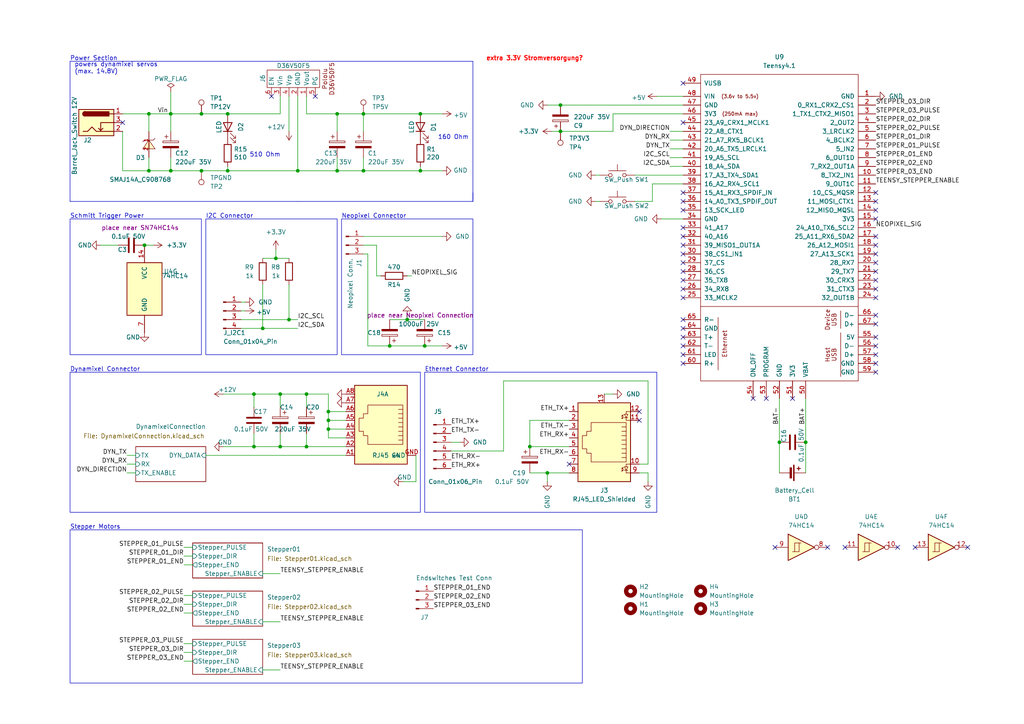
<source format=kicad_sch>
(kicad_sch (version 20230121) (generator eeschema)
  (paper "A4")
  (lib_symbols
    (symbol "74xx:74HC14" (pin_names (offset 1.016))
      (property "Reference" "U" (at 0 1.27 0))
      (property "Value" "74HC14" (at 0 -1.27 0))
      (symbol "74HC14_1_0"
        (pin input line (at -7.62 0 0) (length 3.81) (name "~") (number "1"))
        (pin output inverted (at 7.62 0 180) (length 3.81) (name "~") (number "2"))
      )
      (symbol "74HC14_2_0"
        (pin input line (at -7.62 0 0) (length 3.81) (name "~") (number "3"))
        (pin output inverted (at 7.62 0 180) (length 3.81) (name "~") (number "4"))
      )
      (symbol "74HC14_3_0"
        (pin input line (at -7.62 0 0) (length 3.81) (name "~") (number "5"))
        (pin output inverted (at 7.62 0 180) (length 3.81) (name "~") (number "6"))
      )
      (symbol "74HC14_4_0"
        (pin output inverted (at 7.62 0 180) (length 3.81) (name "~") (number "8"))
        (pin input line (at -7.62 0 0) (length 3.81) (name "~") (number "9"))
      )
      (symbol "74HC14_5_0"
        (pin output inverted (at 7.62 0 180) (length 3.81) (name "~") (number "10"))
        (pin input line (at -7.62 0 0) (length 3.81) (name "~") (number "11"))
      )
      (symbol "74HC14_6_0"
        (pin output inverted (at 7.62 0 180) (length 3.81) (name "~") (number "12"))
        (pin input line (at -7.62 0 0) (length 3.81) (name "~") (number "13"))
      )
      (symbol "74HC14_7_0"
        (pin power_in line (at 0 12.7 270) (length 5.08) (name "VCC") (number "14"))
        (pin power_in line (at 0 -12.7 90) (length 5.08) (name "GND") (number "7"))
      )
    )
    (symbol "Connector:Barrel_Jack_Switch" (pin_names hide)
      (property "Reference" "J" (at 0 5.334 0))
      (property "Value" "Barrel_Jack_Switch" (at 0 -5.08 0))
      (symbol "Barrel_Jack_Switch_1_1"
        (pin passive line (at 7.62 2.54 180) (length 2.54) (name "~") (number "1"))
        (pin passive line (at 7.62 -2.54 180) (length 2.54) (name "~") (number "2"))
        (pin passive line (at 7.62 0 180) (length 2.54) (name "~") (number "3"))
      )
    )
    (symbol "Connector:Conn_01x03_Pin" (pin_names (offset 1.016) hide)
      (property "Reference" "J" (at 0 5.08 0))
      (property "Value" "Conn_01x03_Pin" (at 0 -5.08 0))
      (symbol "Conn_01x03_Pin_1_1"
        (pin passive line (at 5.08 2.54 180) (length 3.81) (name "Pin_1") (number "1"))
        (pin passive line (at 5.08 0 180) (length 3.81) (name "Pin_2") (number "2"))
        (pin passive line (at 5.08 -2.54 180) (length 3.81) (name "Pin_3") (number "3"))
      )
    )
    (symbol "Connector:Conn_01x04_Pin" (pin_names (offset 1.016) hide)
      (property "Reference" "J" (at 0 5.08 0))
      (property "Value" "Conn_01x04_Pin" (at 0 -7.62 0))
      (symbol "Conn_01x04_Pin_1_1"
        (pin passive line (at 5.08 2.54 180) (length 3.81) (name "Pin_1") (number "1"))
        (pin passive line (at 5.08 0 180) (length 3.81) (name "Pin_2") (number "2"))
        (pin passive line (at 5.08 -2.54 180) (length 3.81) (name "Pin_3") (number "3"))
        (pin passive line (at 5.08 -5.08 180) (length 3.81) (name "Pin_4") (number "4"))
      )
    )
    (symbol "Connector:Conn_01x06_Pin" (pin_names (offset 1.016) hide)
      (property "Reference" "J" (at 0 7.62 0))
      (property "Value" "Conn_01x06_Pin" (at 0 -10.16 0))
      (symbol "Conn_01x06_Pin_1_1"
        (pin passive line (at 5.08 5.08 180) (length 3.81) (name "Pin_1") (number "1"))
        (pin passive line (at 5.08 2.54 180) (length 3.81) (name "Pin_2") (number "2"))
        (pin passive line (at 5.08 0 180) (length 3.81) (name "Pin_3") (number "3"))
        (pin passive line (at 5.08 -2.54 180) (length 3.81) (name "Pin_4") (number "4"))
        (pin passive line (at 5.08 -5.08 180) (length 3.81) (name "Pin_5") (number "5"))
        (pin passive line (at 5.08 -7.62 180) (length 3.81) (name "Pin_6") (number "6"))
      )
    )
    (symbol "Connector:RJ45_LED_Shielded" (pin_names (offset 1.016))
      (property "Reference" "J3" (at 0 15.24 0))
      (property "Value" "RJ45_LED_Shielded" (at 0 17.78 0))
      (symbol "RJ45_LED_Shielded_1_1"
        (pin passive line (at 10.16 -7.62 180) (length 2.54) (name "~") (number "1"))
        (pin passive line (at -10.16 7.62 0) (length 2.54) (name "~") (number "10"))
        (pin passive line (at -10.16 -5.08 0) (length 2.54) (name "~") (number "11"))
        (pin passive line (at -10.16 -7.62 0) (length 2.54) (name "~") (number "12"))
        (pin passive line (at 0 -12.7 90) (length 2.54) (name "~") (number "13"))
        (pin passive line (at 10.16 -5.08 180) (length 2.54) (name "~") (number "2"))
        (pin passive line (at 10.16 -2.54 180) (length 2.54) (name "~") (number "3"))
        (pin passive line (at 10.16 0 180) (length 2.54) (name "~") (number "4"))
        (pin passive line (at 10.16 2.54 180) (length 2.54) (name "~") (number "5"))
        (pin passive line (at 10.16 5.08 180) (length 2.54) (name "~") (number "6"))
        (pin passive line (at 10.16 7.62 180) (length 2.54) (name "~") (number "7"))
        (pin passive line (at 10.16 10.16 180) (length 2.54) (name "~") (number "8"))
        (pin passive line (at -10.16 10.16 0) (length 2.54) (name "~") (number "9"))
      )
    )
    (symbol "Connector:TestPoint" (pin_numbers hide) (pin_names (offset 0.762) hide)
      (property "Reference" "TP" (at 0 6.858 0))
      (property "Value" "TestPoint" (at 0 5.08 0))
      (symbol "TestPoint_1_1"
        (pin passive line (at 0 0 90) (length 2.54) (name "1") (number "1"))
      )
    )
    (symbol "Device:Battery_Cell" (pin_numbers hide) (pin_names (offset 0) hide)
      (property "Reference" "BT" (at 2.54 2.54 0))
      (property "Value" "Battery_Cell" (at 2.54 0 0))
      (symbol "Battery_Cell_1_1"
        (pin passive line (at 0 5.08 270) (length 2.54) (name "+") (number "1"))
        (pin passive line (at 0 -2.54 90) (length 2.54) (name "-") (number "2"))
      )
    )
    (symbol "Device:C" (pin_numbers hide) (pin_names (offset 0.254))
      (property "Reference" "C" (at 0.635 2.54 0))
      (property "Value" "C" (at 0.635 -2.54 0))
      (symbol "C_1_1"
        (pin passive line (at 0 3.81 270) (length 2.794) (name "~") (number "1"))
        (pin passive line (at 0 -3.81 90) (length 2.794) (name "~") (number "2"))
      )
    )
    (symbol "Device:C_Polarized" (pin_numbers hide) (pin_names (offset 0.254))
      (property "Reference" "C" (at 0.635 2.54 0))
      (property "Value" "C_Polarized" (at 0.635 -2.54 0))
      (symbol "C_Polarized_1_1"
        (pin passive line (at 0 3.81 270) (length 2.794) (name "~") (number "1"))
        (pin passive line (at 0 -3.81 90) (length 2.794) (name "~") (number "2"))
      )
    )
    (symbol "Device:LED" (pin_numbers hide) (pin_names (offset 1.016) hide)
      (property "Reference" "D" (at 0 2.54 0))
      (property "Value" "LED" (at 0 -2.54 0))
      (symbol "LED_1_1"
        (pin passive line (at -3.81 0 0) (length 2.54) (name "K") (number "1"))
        (pin passive line (at 3.81 0 180) (length 2.54) (name "A") (number "2"))
      )
    )
    (symbol "Device:R" (pin_numbers hide) (pin_names (offset 0))
      (property "Reference" "R" (at 2.032 0 90))
      (property "Value" "R" (at 0 0 90))
      (symbol "R_1_1"
        (pin passive line (at 0 3.81 270) (length 1.27) (name "~") (number "1"))
        (pin passive line (at 0 -3.81 90) (length 1.27) (name "~") (number "2"))
      )
    )
    (symbol "Mechanical:MountingHole" (pin_names (offset 1.016))
      (property "Reference" "H" (at 0 5.08 0))
      (property "Value" "MountingHole" (at 0 3.175 0))
    )
    (symbol "Switch:SW_Push" (pin_numbers hide) (pin_names (offset 1.016) hide)
      (property "Reference" "SW" (at 1.27 2.54 0))
      (property "Value" "SW_Push" (at 0 -1.524 0))
      (symbol "SW_Push_0_1"
        (pin passive line (at -5.08 0 0) (length 2.54) (name "1") (number "1"))
        (pin passive line (at 5.08 0 180) (length 2.54) (name "2") (number "2"))
      )
    )
    (symbol "clockdiv:Pololu_5V,_5.5A_Step-Down_Voltage_Regulator_D36V50F5" (in_bom no) (on_board no)
      (property "Reference" "U" (at 0 8.89 0))
      (symbol "Pololu_5V,_5.5A_Step-Down_Voltage_Regulator_D36V50F5_1_1"
        (text "Pololu\nD36V50F5" (at 0 -10.16 0) (effects (font (size 1.27 1.27))))
        (pin power_out line (at -5.08 -3.81 0) (length 2.54) (name "Vout") (number "1"))
        (pin input line (at -5.08 -1.27 0) (length 2.54) (name "GND") (number "2"))
        (pin power_in line (at -5.08 3.81 0) (length 2.54) (name "Vin") (number "3"))
        (pin power_out line (at -5.08 1.27 0) (length 2.54) (name "Vrp") (number "4"))
        (pin output line (at -5.08 -6.35 0) (length 2.54) (name "PG") (number "5"))
        (pin input line (at -5.08 6.35 0) (length 2.54) (name "EN") (number "6"))
      )
    )
    (symbol "clockdiv:RJ45_x4"
      (property "Reference" "J1" (at -16.51 1.27 0))
      (property "Value" "RJ45 x4" (at -16.51 -1.27 0))
      (symbol "RJ45_x4_1_1"
        (pin passive line (at 2.54 -8.89 180) (length 2.54) (name "~") (number "A1"))
        (pin passive line (at 2.54 -6.35 180) (length 2.54) (name "~") (number "A2"))
        (pin passive line (at 2.54 -3.81 180) (length 2.54) (name "~") (number "A3"))
        (pin passive line (at 2.54 -1.27 180) (length 2.54) (name "~") (number "A4"))
        (pin passive line (at 2.54 1.27 180) (length 2.54) (name "~") (number "A5"))
        (pin passive line (at 2.54 3.81 180) (length 2.54) (name "~") (number "A6"))
        (pin passive line (at 2.54 6.35 180) (length 2.54) (name "~") (number "A7"))
        (pin passive line (at 2.54 8.89 180) (length 2.54) (name "~") (number "A8"))
        (pin input line (at -17.78 -8.89 0) (length 2.54) (name "GND") (number "GND"))
      )
      (symbol "RJ45_x4_2_1"
        (pin passive line (at 2.54 -8.89 180) (length 2.54) (name "~") (number "B1"))
        (pin passive line (at 2.54 -6.35 180) (length 2.54) (name "~") (number "B2"))
        (pin passive line (at 2.54 -3.81 180) (length 2.54) (name "~") (number "B3"))
        (pin passive line (at 2.54 -1.27 180) (length 2.54) (name "~") (number "B4"))
        (pin passive line (at 2.54 1.27 180) (length 2.54) (name "~") (number "B5"))
        (pin passive line (at 2.54 3.81 180) (length 2.54) (name "~") (number "B6"))
        (pin passive line (at 2.54 6.35 180) (length 2.54) (name "~") (number "B7"))
        (pin passive line (at 2.54 8.89 180) (length 2.54) (name "~") (number "B8"))
      )
      (symbol "RJ45_x4_3_1"
        (pin passive line (at 2.54 -8.89 180) (length 2.54) (name "~") (number "C1"))
        (pin passive line (at 2.54 -6.35 180) (length 2.54) (name "~") (number "C2"))
        (pin passive line (at 2.54 -3.81 180) (length 2.54) (name "~") (number "C3"))
        (pin passive line (at 2.54 -1.27 180) (length 2.54) (name "~") (number "C4"))
        (pin passive line (at 2.54 1.27 180) (length 2.54) (name "~") (number "C5"))
        (pin passive line (at 2.54 3.81 180) (length 2.54) (name "~") (number "C6"))
        (pin passive line (at 2.54 6.35 180) (length 2.54) (name "~") (number "C7"))
        (pin passive line (at 2.54 8.89 180) (length 2.54) (name "~") (number "C8"))
      )
      (symbol "RJ45_x4_4_1"
        (pin passive line (at 2.54 -8.89 180) (length 2.54) (name "~") (number "D1"))
        (pin passive line (at 2.54 -6.35 180) (length 2.54) (name "~") (number "D2"))
        (pin passive line (at 2.54 -3.81 180) (length 2.54) (name "~") (number "D3"))
        (pin passive line (at 2.54 -1.27 180) (length 2.54) (name "~") (number "D4"))
        (pin passive line (at 2.54 1.27 180) (length 2.54) (name "~") (number "D5"))
        (pin passive line (at 2.54 3.81 180) (length 2.54) (name "~") (number "D6"))
        (pin passive line (at 2.54 6.35 180) (length 2.54) (name "~") (number "D7"))
        (pin passive line (at 2.54 8.89 180) (length 2.54) (name "~") (number "D8"))
      )
    )
    (symbol "molluscmotion:SMAJ14A_C908768" (pin_names hide)
      (property "Reference" "D" (at 0 1.27 0))
      (property "Value" "SMAJ14A_C908768" (at 0 -2.54 0))
      (symbol "SMAJ14A_C908768_0_1"
        (pin unspecified line (at -3.81 0 0) (length 5.08) (name "1") (number "1"))
        (pin unspecified line (at 3.81 0 180) (length 5.08) (name "2") (number "2"))
      )
    )
    (symbol "power:+12V" (power) (pin_names (offset 0))
      (property "Value" "+12V" (at 0 3.556 0))
      (symbol "+12V_1_1"
        (pin power_in line (at 0 0 90) (length 0) hide (name "+12V") (number "1"))
      )
    )
    (symbol "power:+3.3V" (power) (pin_names (offset 0))
      (property "Value" "+3.3V" (at 0 3.556 0))
      (symbol "+3.3V_1_1"
        (pin power_in line (at 0 0 90) (length 0) hide (name "+3.3V") (number "1"))
      )
    )
    (symbol "power:+5V" (power) (pin_names (offset 0))
      (property "Value" "+5V" (at 0 3.556 0))
      (symbol "+5V_1_1"
        (pin power_in line (at 0 0 90) (length 0) hide (name "+5V") (number "1"))
      )
    )
    (symbol "power:GND" (power) (pin_names (offset 0))
      (property "Value" "GND" (at 0 -3.81 0))
      (symbol "GND_1_1"
        (pin power_in line (at 0 0 270) (length 0) hide (name "GND") (number "1"))
      )
    )
    (symbol "power:PWR_FLAG" (power) (pin_numbers hide) (pin_names (offset 0) hide)
      (property "Value" "PWR_FLAG" (at 0 3.81 0))
      (symbol "PWR_FLAG_0_0"
        (pin power_out line (at 0 0 90) (length 0) (name "pwr") (number "1"))
      )
    )
    (symbol "teensy:Teensy4.1" (pin_names (offset 1.016))
      (property "Reference" "U9" (at 0 66.04 0))
      (property "Value" "Teensy4.1" (at 0 63.5 0))
      (symbol "Teensy4.1_0_0"
        (text "(250mA max)" (at 11.43 49.53 0) (effects (font (size 1.016 1.016))))
        (text "(3.6v to 5.5v)" (at 11.43 54.61 0) (effects (font (size 1.016 1.016))))
        (text "Device" (at -13.97 -10.16 900) (effects (font (size 1.27 1.27))))
        (text "Ethernet" (at 15.875 -17.145 900) (effects (font (size 1.27 1.27))))
        (text "Host" (at -13.97 -20.32 900) (effects (font (size 1.27 1.27))))
        (text "USB" (at -15.875 -20.32 900) (effects (font (size 1.27 1.27))))
        (text "USB" (at -15.875 -10.16 900) (effects (font (size 1.27 1.27))))
        (pin bidirectional line (at -27.94 31.75 0) (length 5.08) (name "8_TX2_IN1") (number "10"))
        (pin bidirectional line (at -27.94 29.21 0) (length 5.08) (name "9_OUT1C") (number "11"))
        (pin bidirectional line (at -27.94 26.67 0) (length 5.08) (name "10_CS_MQSR") (number "12"))
        (pin bidirectional line (at -27.94 24.13 0) (length 5.08) (name "11_MOSI_CTX1") (number "13"))
        (pin bidirectional line (at -27.94 21.59 0) (length 5.08) (name "12_MISO_MQSL") (number "14"))
        (pin power_in line (at -27.94 19.05 0) (length 5.08) (name "3V3") (number "15"))
        (pin bidirectional line (at -27.94 16.51 0) (length 5.08) (name "24_A10_TX6_SCL2") (number "16"))
        (pin bidirectional line (at -27.94 13.97 0) (length 5.08) (name "25_A11_RX6_SDA2") (number "17"))
        (pin bidirectional line (at -27.94 11.43 0) (length 5.08) (name "26_A12_MOSI1") (number "18"))
        (pin bidirectional line (at -27.94 8.89 0) (length 5.08) (name "27_A13_SCK1") (number "19"))
        (pin bidirectional line (at -27.94 6.35 0) (length 5.08) (name "28_RX7") (number "20"))
        (pin bidirectional line (at -27.94 3.81 0) (length 5.08) (name "29_TX7") (number "21"))
        (pin bidirectional line (at -27.94 1.27 0) (length 5.08) (name "30_CRX3") (number "22"))
        (pin bidirectional line (at -27.94 -1.27 0) (length 5.08) (name "31_CTX3") (number "23"))
        (pin bidirectional line (at -27.94 -3.81 0) (length 5.08) (name "32_OUT1B") (number "24"))
        (pin bidirectional line (at 27.94 -3.81 180) (length 5.08) (name "33_MCLK2") (number "25"))
        (pin bidirectional line (at 27.94 -1.27 180) (length 5.08) (name "34_RX8") (number "26"))
        (pin bidirectional line (at 27.94 1.27 180) (length 5.08) (name "35_TX8") (number "27"))
        (pin bidirectional line (at 27.94 3.81 180) (length 5.08) (name "36_CS") (number "28"))
        (pin bidirectional line (at 27.94 6.35 180) (length 5.08) (name "37_CS") (number "29"))
        (pin bidirectional line (at 27.94 8.89 180) (length 5.08) (name "38_CS1_IN1") (number "30"))
        (pin bidirectional line (at 27.94 11.43 180) (length 5.08) (name "39_MISO1_OUT1A") (number "31"))
        (pin bidirectional line (at 27.94 13.97 180) (length 5.08) (name "40_A16") (number "32"))
        (pin bidirectional line (at 27.94 16.51 180) (length 5.08) (name "41_A17") (number "33"))
        (pin bidirectional line (at 27.94 21.59 180) (length 5.08) (name "13_SCK_LED") (number "35"))
        (pin bidirectional line (at 27.94 24.13 180) (length 5.08) (name "14_A0_TX3_SPDIF_OUT") (number "36"))
        (pin bidirectional line (at 27.94 26.67 180) (length 5.08) (name "15_A1_RX3_SPDIF_IN") (number "37"))
        (pin bidirectional line (at 27.94 29.21 180) (length 5.08) (name "16_A2_RX4_SCL1") (number "38"))
        (pin bidirectional line (at 27.94 31.75 180) (length 5.08) (name "17_A3_TX4_SDA1") (number "39"))
        (pin bidirectional line (at 27.94 34.29 180) (length 5.08) (name "18_A4_SDA") (number "40"))
        (pin bidirectional line (at 27.94 36.83 180) (length 5.08) (name "19_A5_SCL") (number "41"))
        (pin bidirectional line (at 27.94 39.37 180) (length 5.08) (name "20_A6_TX5_LRCLK1") (number "42"))
        (pin bidirectional line (at 27.94 41.91 180) (length 5.08) (name "21_A7_RX5_BCLK1") (number "43"))
        (pin bidirectional line (at 27.94 44.45 180) (length 5.08) (name "22_A8_CTX1") (number "44"))
        (pin bidirectional line (at 27.94 46.99 180) (length 5.08) (name "23_A9_CRX1_MCLK1") (number "45"))
        (pin power_in line (at 27.94 54.61 180) (length 5.08) (name "VIN") (number "48"))
        (pin power_out line (at 27.94 58.42 180) (length 5.08) (name "VUSB") (number "49"))
        (pin bidirectional line (at -27.94 44.45 0) (length 5.08) (name "3_LRCLK2") (number "5"))
        (pin power_in line (at -7.62 -33.02 90) (length 5.08) (name "VBAT") (number "50"))
        (pin power_in line (at -3.81 -33.02 90) (length 5.08) (name "3V3") (number "51"))
        (pin input line (at 0 -33.02 90) (length 5.08) (name "GND") (number "52"))
        (pin input line (at 3.81 -33.02 90) (length 5.08) (name "PROGRAM") (number "53"))
        (pin input line (at 7.62 -33.02 90) (length 5.08) (name "ON_OFF") (number "54"))
        (pin power_out line (at -27.94 -15.24 0) (length 5.08) (name "5V") (number "55"))
        (pin bidirectional line (at -27.94 -17.78 0) (length 5.08) (name "D-") (number "56"))
        (pin bidirectional line (at -27.94 -20.32 0) (length 5.08) (name "D+") (number "57"))
        (pin power_in line (at -27.94 -22.86 0) (length 5.08) (name "GND") (number "58"))
        (pin power_in line (at -27.94 -25.4 0) (length 5.08) (name "GND") (number "59"))
        (pin bidirectional line (at -27.94 41.91 0) (length 5.08) (name "4_BCLK2") (number "6"))
        (pin bidirectional line (at 27.94 -22.86 180) (length 5.08) (name "R+") (number "60"))
        (pin bidirectional line (at 27.94 -20.32 180) (length 5.08) (name "LED") (number "61"))
        (pin bidirectional line (at 27.94 -17.78 180) (length 5.08) (name "T-") (number "62"))
        (pin bidirectional line (at 27.94 -15.24 180) (length 5.08) (name "T+") (number "63"))
        (pin power_in line (at 27.94 -12.7 180) (length 5.08) (name "GND") (number "64"))
        (pin bidirectional line (at 27.94 -10.16 180) (length 5.08) (name "R-") (number "65"))
        (pin bidirectional line (at -27.94 -8.89 0) (length 5.08) (name "D-") (number "66"))
        (pin bidirectional line (at -27.94 -11.43 0) (length 5.08) (name "D+") (number "67"))
        (pin bidirectional line (at -27.94 39.37 0) (length 5.08) (name "5_IN2") (number "7"))
        (pin bidirectional line (at -27.94 36.83 0) (length 5.08) (name "6_OUT1D") (number "8"))
        (pin bidirectional line (at -27.94 34.29 0) (length 5.08) (name "7_RX2_OUT1A") (number "9"))
      )
      (symbol "Teensy4.1_1_0"
        (pin power_out line (at 27.94 49.53 180) (length 5.08) (name "3V3") (number "46"))
        (pin power_out line (at 27.94 52.07 180) (length 5.08) (name "GND") (number "47"))
      )
      (symbol "Teensy4.1_1_1"
        (pin power_in line (at -27.94 54.61 0) (length 5.08) (name "GND") (number "1"))
        (pin bidirectional line (at -27.94 52.07 0) (length 5.08) (name "0_RX1_CRX2_CS1") (number "2"))
        (pin bidirectional line (at -27.94 49.53 0) (length 5.08) (name "1_TX1_CTX2_MISO1") (number "3"))
        (pin power_in line (at 27.94 19.05 180) (length 5.08) (name "GND") (number "34"))
        (pin bidirectional line (at -27.94 46.99 0) (length 5.08) (name "2_OUT2") (number "4"))
      )
    )
  )
  (junction (at 121.92 33.02))
  (junction (at 66.04 49.53))
  (junction (at 58.42 33.02))
  (junction (at 121.92 49.53))
  (junction (at 83.82 92.71))
  (junction (at 95.25 124.46))
  (junction (at 233.68 128.27))
  (junction (at 162.56 38.1))
  (junction (at 86.36 49.53))
  (junction (at 158.75 137.16))
  (junction (at 95.25 121.92))
  (junction (at 66.04 33.02))
  (junction (at 97.79 33.02))
  (junction (at 41.91 71.12))
  (junction (at 105.41 33.02))
  (junction (at 80.01 74.93))
  (junction (at 49.53 49.53))
  (junction (at 58.42 49.53))
  (junction (at 81.28 114.3))
  (junction (at 153.67 129.54))
  (junction (at 226.06 128.27))
  (junction (at 49.53 33.02))
  (junction (at 95.25 119.38))
  (junction (at 105.41 49.53))
  (junction (at 88.9 114.3))
  (junction (at 123.19 100.33))
  (junction (at 97.79 49.53))
  (junction (at 76.2 95.25))
  (junction (at 43.18 49.53))
  (junction (at 162.56 30.48))
  (junction (at 73.66 114.3))
  (junction (at 113.03 100.33))
  (junction (at 118.11 92.71))
  (junction (at 88.9 129.54))
  (junction (at 73.66 129.54))
  (junction (at 43.18 33.02))
  (junction (at 81.28 129.54))
  (no_connect (at 254 58.42))
  (no_connect (at 198.12 102.87))
  (no_connect (at 254 76.2))
  (no_connect (at 254 68.58))
  (no_connect (at 218.44 115.57))
  (no_connect (at 198.12 105.41))
  (no_connect (at 198.12 81.28))
  (no_connect (at 254 97.79))
  (no_connect (at 224.79 158.75))
  (no_connect (at 185.42 121.92))
  (no_connect (at 198.12 35.56))
  (no_connect (at 254 63.5))
  (no_connect (at 254 71.12))
  (no_connect (at 198.12 86.36))
  (no_connect (at 254 86.36))
  (no_connect (at 198.12 76.2))
  (no_connect (at 280.67 158.75))
  (no_connect (at 260.35 158.75))
  (no_connect (at 254 100.33))
  (no_connect (at 254 91.44))
  (no_connect (at 254 93.98))
  (no_connect (at 198.12 58.42))
  (no_connect (at 198.12 97.79))
  (no_connect (at 198.12 78.74))
  (no_connect (at 254 107.95))
  (no_connect (at 254 105.41))
  (no_connect (at 254 55.88))
  (no_connect (at 198.12 66.04))
  (no_connect (at 254 83.82))
  (no_connect (at 198.12 55.88))
  (no_connect (at 229.87 115.57))
  (no_connect (at 91.44 27.94))
  (no_connect (at 245.11 158.75))
  (no_connect (at 198.12 92.71))
  (no_connect (at 198.12 71.12))
  (no_connect (at 254 78.74))
  (no_connect (at 222.25 115.57))
  (no_connect (at 254 81.28))
  (no_connect (at 185.42 119.38))
  (no_connect (at 254 102.87))
  (no_connect (at 198.12 100.33))
  (no_connect (at 265.43 158.75))
  (no_connect (at 198.12 83.82))
  (no_connect (at 35.56 35.56))
  (no_connect (at 78.74 27.94))
  (no_connect (at 254 73.66))
  (no_connect (at 198.12 60.96))
  (no_connect (at 198.12 95.25))
  (no_connect (at 198.12 73.66))
  (no_connect (at 240.03 158.75))
  (no_connect (at 165.1 134.62))
  (no_connect (at 198.12 68.58))
  (no_connect (at 198.12 24.13))
  (no_connect (at 254 60.96))
  (wire (pts (xy 194.31 38.1) (xy 198.12 38.1)))
  (wire (pts (xy 194.31 43.18) (xy 198.12 43.18)))
  (wire (pts (xy 81.28 33.02) (xy 81.28 27.94)))
  (wire (pts (xy 53.34 172.72) (xy 55.88 172.72)))
  (wire (pts (xy 121.92 49.53) (xy 121.92 48.26)))
  (wire (pts (xy 184.15 50.8) (xy 198.12 50.8)))
  (wire (pts (xy 177.8 33.02) (xy 198.12 33.02)))
  (wire (pts (xy 76.2 180.34) (xy 81.28 180.34)))
  (wire (pts (xy 36.83 137.16) (xy 39.37 137.16)))
  (wire (pts (xy 130.81 128.27) (xy 133.35 128.27)))
  (polyline (pts (xy 20.32 17.78) (xy 86.36 17.78)))
  (wire (pts (xy 105.41 49.53) (xy 121.92 49.53)))
  (wire (pts (xy 35.56 49.53) (xy 43.18 49.53)))
  (wire (pts (xy 53.34 175.26) (xy 55.88 175.26)))
  (wire (pts (xy 158.75 139.7) (xy 158.75 137.16)))
  (wire (pts (xy 49.53 33.02) (xy 49.53 38.1)))
  (wire (pts (xy 120.65 139.7) (xy 116.84 139.7)))
  (wire (pts (xy 83.82 92.71) (xy 86.36 92.71)))
  (wire (pts (xy 66.04 49.53) (xy 66.04 48.26)))
  (wire (pts (xy 97.79 45.72) (xy 97.79 49.53)))
  (wire (pts (xy 105.41 38.1) (xy 105.41 33.02)))
  (polyline (pts (xy 137.16 58.42) (xy 137.16 55.88)))
  (polyline (pts (xy 20.32 58.42) (xy 86.36 58.42)))
  (wire (pts (xy 53.34 177.8) (xy 55.88 177.8)))
  (wire (pts (xy 177.8 38.1) (xy 177.8 33.02)))
  (wire (pts (xy 83.82 27.94) (xy 83.82 38.1)))
  (wire (pts (xy 95.25 119.38) (xy 95.25 121.92)))
  (wire (pts (xy 76.2 95.25) (xy 86.36 95.25)))
  (wire (pts (xy 43.18 49.53) (xy 49.53 49.53)))
  (wire (pts (xy 88.9 33.02) (xy 97.79 33.02)))
  (wire (pts (xy 73.66 125.73) (xy 73.66 129.54)))
  (wire (pts (xy 80.01 74.93) (xy 76.2 74.93)))
  (polyline (pts (xy 137.16 17.78) (xy 137.16 58.42)))
  (wire (pts (xy 88.9 129.54) (xy 100.33 129.54)))
  (wire (pts (xy 36.83 134.62) (xy 39.37 134.62)))
  (wire (pts (xy 86.36 27.94) (xy 86.36 49.53)))
  (wire (pts (xy 189.23 53.34) (xy 198.12 53.34)))
  (wire (pts (xy 43.18 33.02) (xy 43.18 38.1)))
  (wire (pts (xy 58.42 49.53) (xy 66.04 49.53)))
  (wire (pts (xy 53.34 191.77) (xy 55.88 191.77)))
  (wire (pts (xy 95.25 127) (xy 100.33 127)))
  (wire (pts (xy 106.68 73.66) (xy 105.41 73.66)))
  (wire (pts (xy 76.2 95.25) (xy 69.85 95.25)))
  (polyline (pts (xy 86.36 17.78) (xy 137.16 17.78)))
  (wire (pts (xy 162.56 38.1) (xy 177.8 38.1)))
  (wire (pts (xy 113.03 100.33) (xy 123.19 100.33)))
  (wire (pts (xy 53.34 189.23) (xy 55.88 189.23)))
  (wire (pts (xy 80.01 72.39) (xy 80.01 74.93)))
  (wire (pts (xy 233.68 115.57) (xy 233.68 128.27)))
  (wire (pts (xy 95.25 121.92) (xy 95.25 124.46)))
  (wire (pts (xy 73.66 114.3) (xy 73.66 118.11)))
  (wire (pts (xy 81.28 166.37) (xy 76.2 166.37)))
  (polyline (pts (xy 86.36 58.42) (xy 137.16 58.42)))
  (wire (pts (xy 76.2 82.55) (xy 76.2 95.25)))
  (wire (pts (xy 130.81 130.81) (xy 146.05 130.81)))
  (wire (pts (xy 146.05 130.81) (xy 146.05 110.49)))
  (wire (pts (xy 35.56 38.1) (xy 35.56 49.53)))
  (wire (pts (xy 121.92 33.02) (xy 128.27 33.02)))
  (wire (pts (xy 66.04 49.53) (xy 86.36 49.53)))
  (polyline (pts (xy 20.32 58.42) (xy 20.32 17.78)))
  (wire (pts (xy 88.9 114.3) (xy 95.25 114.3)))
  (wire (pts (xy 69.85 90.17) (xy 71.12 90.17)))
  (wire (pts (xy 81.28 129.54) (xy 88.9 129.54)))
  (wire (pts (xy 36.83 132.08) (xy 39.37 132.08)))
  (wire (pts (xy 97.79 33.02) (xy 105.41 33.02)))
  (wire (pts (xy 185.42 137.16) (xy 187.96 137.16)))
  (wire (pts (xy 53.34 158.75) (xy 55.88 158.75)))
  (wire (pts (xy 64.77 129.54) (xy 73.66 129.54)))
  (wire (pts (xy 190.5 27.94) (xy 198.12 27.94)))
  (wire (pts (xy 189.23 58.42) (xy 189.23 53.34)))
  (wire (pts (xy 184.15 58.42) (xy 189.23 58.42)))
  (wire (pts (xy 194.31 45.72) (xy 198.12 45.72)))
  (wire (pts (xy 49.53 45.72) (xy 49.53 49.53)))
  (wire (pts (xy 95.25 121.92) (xy 100.33 121.92)))
  (wire (pts (xy 160.02 38.1) (xy 162.56 38.1)))
  (wire (pts (xy 118.11 80.01) (xy 119.38 80.01)))
  (wire (pts (xy 105.41 49.53) (xy 105.41 45.72)))
  (wire (pts (xy 97.79 49.53) (xy 105.41 49.53)))
  (wire (pts (xy 97.79 33.02) (xy 97.79 38.1)))
  (wire (pts (xy 109.22 80.01) (xy 109.22 71.12)))
  (wire (pts (xy 158.75 137.16) (xy 165.1 137.16)))
  (wire (pts (xy 59.69 132.08) (xy 100.33 132.08)))
  (wire (pts (xy 226.06 128.27) (xy 226.06 137.16)))
  (wire (pts (xy 53.34 163.83) (xy 55.88 163.83)))
  (wire (pts (xy 43.18 45.72) (xy 43.18 49.53)))
  (wire (pts (xy 187.96 134.62) (xy 185.42 134.62)))
  (wire (pts (xy 153.67 137.16) (xy 158.75 137.16)))
  (wire (pts (xy 88.9 118.11) (xy 88.9 114.3)))
  (wire (pts (xy 123.19 92.71) (xy 118.11 92.71)))
  (wire (pts (xy 106.68 73.66) (xy 106.68 100.33)))
  (wire (pts (xy 73.66 114.3) (xy 81.28 114.3)))
  (wire (pts (xy 118.11 92.71) (xy 118.11 91.44)))
  (wire (pts (xy 95.25 124.46) (xy 100.33 124.46)))
  (wire (pts (xy 35.56 33.02) (xy 43.18 33.02)))
  (wire (pts (xy 81.28 194.31) (xy 76.2 194.31)))
  (wire (pts (xy 194.31 48.26) (xy 198.12 48.26)))
  (wire (pts (xy 58.42 33.02) (xy 66.04 33.02)))
  (wire (pts (xy 123.19 100.33) (xy 128.27 100.33)))
  (wire (pts (xy 153.67 129.54) (xy 153.67 121.92)))
  (wire (pts (xy 194.31 40.64) (xy 198.12 40.64)))
  (wire (pts (xy 106.68 100.33) (xy 113.03 100.33)))
  (wire (pts (xy 49.53 33.02) (xy 58.42 33.02)))
  (wire (pts (xy 81.28 114.3) (xy 81.28 118.11)))
  (wire (pts (xy 113.03 92.71) (xy 118.11 92.71)))
  (wire (pts (xy 66.04 33.02) (xy 81.28 33.02)))
  (wire (pts (xy 120.65 132.08) (xy 120.65 139.7)))
  (wire (pts (xy 172.72 50.8) (xy 173.99 50.8)))
  (wire (pts (xy 49.53 49.53) (xy 58.42 49.53)))
  (wire (pts (xy 146.05 110.49) (xy 187.96 110.49)))
  (wire (pts (xy 73.66 129.54) (xy 81.28 129.54)))
  (wire (pts (xy 109.22 80.01) (xy 110.49 80.01)))
  (wire (pts (xy 53.34 161.29) (xy 55.88 161.29)))
  (wire (pts (xy 187.96 139.7) (xy 187.96 137.16)))
  (wire (pts (xy 69.85 87.63) (xy 71.12 87.63)))
  (wire (pts (xy 43.18 33.02) (xy 49.53 33.02)))
  (wire (pts (xy 95.25 119.38) (xy 100.33 119.38)))
  (wire (pts (xy 162.56 30.48) (xy 198.12 30.48)))
  (wire (pts (xy 83.82 74.93) (xy 80.01 74.93)))
  (wire (pts (xy 64.77 114.3) (xy 73.66 114.3)))
  (wire (pts (xy 191.77 63.5) (xy 198.12 63.5)))
  (wire (pts (xy 105.41 68.58) (xy 128.27 68.58)))
  (wire (pts (xy 88.9 27.94) (xy 88.9 33.02)))
  (wire (pts (xy 172.72 58.42) (xy 173.99 58.42)))
  (wire (pts (xy 153.67 121.92) (xy 165.1 121.92)))
  (wire (pts (xy 153.67 129.54) (xy 165.1 129.54)))
  (wire (pts (xy 29.21 71.12) (xy 34.29 71.12)))
  (wire (pts (xy 81.28 125.73) (xy 81.28 129.54)))
  (wire (pts (xy 81.28 114.3) (xy 88.9 114.3)))
  (wire (pts (xy 158.75 30.48) (xy 162.56 30.48)))
  (wire (pts (xy 88.9 125.73) (xy 88.9 129.54)))
  (wire (pts (xy 109.22 71.12) (xy 105.41 71.12)))
  (wire (pts (xy 83.82 82.55) (xy 83.82 92.71)))
  (wire (pts (xy 121.92 49.53) (xy 128.27 49.53)))
  (wire (pts (xy 226.06 115.57) (xy 226.06 128.27)))
  (wire (pts (xy 95.25 114.3) (xy 95.25 119.38)))
  (wire (pts (xy 53.34 186.69) (xy 55.88 186.69)))
  (wire (pts (xy 49.53 26.67) (xy 49.53 33.02)))
  (wire (pts (xy 83.82 92.71) (xy 69.85 92.71)))
  (wire (pts (xy 187.96 110.49) (xy 187.96 134.62)))
  (wire (pts (xy 105.41 33.02) (xy 121.92 33.02)))
  (wire (pts (xy 95.25 124.46) (xy 95.25 127)))
  (wire (pts (xy 86.36 49.53) (xy 97.79 49.53)))
  (wire (pts (xy 41.91 71.12) (xy 44.45 71.12)))
  (wire (pts (xy 233.68 128.27) (xy 233.68 137.16)))
  (wire (pts (xy 175.26 114.3) (xy 177.8 114.3)))
  (rectangle (start 59.69 63.5) (end 97.79 102.87))
  (rectangle (start 20.32 153.67) (end 168.91 198.12))
  (rectangle (start 20.32 63.5) (end 58.42 102.87))
  (rectangle (start 20.32 107.95) (end 121.92 148.59))
  (rectangle (start 123.19 107.95) (end 190.5 148.59))
  (rectangle (start 99.06 63.5) (end 137.16 102.87))
  (text "160 Ohm" (at 127 40.64 0) (effects (font (size 1.27 1.27)) (justify left bottom)))
  (text "extra 3.3V Stromversorgung?" (at 140.97 17.78 0) (effects (font (size 1.27 1.27) bold) (justify left bottom)))
  (text "Schmitt Trigger Power" (at 20.32 63.5 0) (effects (font (size 1.27 1.27)) (justify left bottom)))
  (text "510 Ohm" (at 72.39 45.72 0) (effects (font (size 1.27 1.27)) (justify left bottom)))
  (text "I2C Connector" (at 59.69 63.5 0) (effects (font (size 1.27 1.27)) (justify left bottom)))
  (text "Stepper Motors" (at 20.32 153.67 0) (effects (font (size 1.27 1.27)) (justify left bottom)))
  (text "Neopixel Connector" (at 99.06 63.5 0) (effects (font (size 1.27 1.27)) (justify left bottom)))
  (text "Ethernet Connector" (at 123.19 107.95 0) (effects (font (size 1.27 1.27)) (justify left bottom)))
  (text "powers dynamixel servos \n(max. 14.8V)" (at 21.59 21.59 0) (effects (font (size 1.27 1.27)) (justify left bottom)))
  (text "Dynamixel Connector" (at 20.32 107.95 0) (effects (font (size 1.27 1.27)) (justify left bottom)))
  (text "Power Section" (at 20.32 17.78 0) (effects (font (size 1.27 1.27)) (justify left bottom)))
  (label "ETH_RX+" (at 130.81 135.89 0))
  (label "I2C_SCL" (at 194.31 45.72 180))
  (label "I2C_SDA" (at 194.31 48.26 180))
  (label "Vin" (at 45.72 33.02 0))
  (label "STEPPER_02_PULSE" (at 53.34 172.72 180))
  (label "STEPPER_01_END" (at 254 45.72 0))
  (label "ETH_RX+" (at 165.1 127 180))
  (label "STEPPER_02_DIR" (at 254 35.56 0))
  (label "TEENSY_STEPPER_ENABLE" (at 81.28 194.31 0))
  (label "STEPPER_01_DIR" (at 53.34 161.29 180))
  (label "ETH_TX-" (at 130.81 125.73 0))
  (label "STEPPER_02_PULSE" (at 254 38.1 0))
  (label "DYN_TX" (at 194.31 43.18 180))
  (label "STEPPER_01_PULSE" (at 53.34 158.75 180))
  (label "TEENSY_STEPPER_ENABLE" (at 81.28 180.34 0))
  (label "STEPPER_01_PULSE" (at 254 43.18 0))
  (label "DYN_DIRECTION" (at 194.31 38.1 180))
  (label "STEPPER_03_DIR" (at 254 30.48 0))
  (label "ETH_TX+" (at 165.1 119.38 180))
  (label "I2C_SCL" (at 86.36 92.71 0))
  (label "ETH_RX-" (at 130.81 133.35 0))
  (label "STEPPER_03_END" (at 254 50.8 0))
  (label "DYN_RX" (at 194.31 40.64 180))
  (label "STEPPER_01_DIR" (at 254 40.64 0))
  (label "NEOPIXEL_SIG" (at 254 66.04 0))
  (label "STEPPER_03_END" (at 53.34 191.77 180))
  (label "ETH_RX-" (at 165.1 132.08 180))
  (label "STEPPER_02_END" (at 125.73 173.99 0))
  (label "TEENSY_STEPPER_ENABLE" (at 81.28 166.37 0))
  (label "STEPPER_01_END" (at 125.73 171.45 0))
  (label "STEPPER_02_DIR" (at 53.34 175.26 180))
  (label "I2C_SDA" (at 86.36 95.25 0))
  (label "DYN_RX" (at 36.83 134.62 180))
  (label "STEPPER_03_END" (at 125.73 176.53 0))
  (label "BAT+" (at 233.68 123.19 90))
  (label "STEPPER_02_END" (at 254 48.26 0))
  (label "STEPPER_03_PULSE" (at 53.34 186.69 180))
  (label "DYN_TX" (at 36.83 132.08 180))
  (label "BAT-" (at 226.06 123.19 90))
  (label "ETH_TX-" (at 165.1 124.46 180))
  (label "TEENSY_STEPPER_ENABLE" (at 254 53.34 0))
  (label "DYN_DIRECTION" (at 36.83 137.16 180))
  (label "ETH_TX+" (at 130.81 123.19 0))
  (label "STEPPER_03_PULSE" (at 254 33.02 0))
  (label "STEPPER_03_DIR" (at 53.34 189.23 180))
  (label "STEPPER_01_END" (at 53.34 163.83 180))
  (label "NEOPIXEL_SIG" (at 119.38 80.01 0))
  (label "STEPPER_02_END" (at 53.34 177.8 180))
  (symbol (lib_id "Connector:Conn_01x06_Pin") (at 125.73 128.27 0) (unit 1)
    (property "Reference" "J5" (at 127 119.38 0))
    (property "Value" "Conn_01x06_Pin" (at 132.08 139.7 0))
    (property "Footprint" "Connector_PinHeader_2.00mm:PinHeader_2x03_P2.00mm_Vertical" (effects hide))
  )
  (symbol (lib_id "Device:C") (at 73.66 121.92 180) (unit 1)
    (property "Reference" "C17" (at 77.47 119.38 0) (effects (justify left)))
    (property "Value" "0.1uF 50V " (at 78.74 124.46 0) (effects (justify left)))
    (property "Footprint" "molluscmotion:C0603" (effects hide))
    (property "JLCPCB Part #" "C14663" (effects hide))
  )
  (symbol (lib_id "molluscmotion:SMAJ14A_C908768") (at 43.18 41.91 270) (unit 1)
    (property "Reference" "D3" (at 39.37 45.72 90) (effects (justify left)))
    (property "Value" "SMAJ14A_C908768" (at 31.75 52.07 90) (effects (justify left)))
    (property "Footprint" "molluscmotion:SMA_L4.3-W2.6-LS5.1-RD" (effects hide))
    (property "Datasheet" "https://atta.szlcsc.com/upload/public/pdf/source/20180709/C223994_0992A17B371532752A8F64061563D908.pdf" (effects hide))
    (property "LCSC" "C908768" (effects hide))
  )
  (symbol (lib_id "power:GND") (at 116.84 139.7 270) (mirror x) (unit 1)
    (property "Reference" "#PWR055" (effects hide))
    (property "Value" "GND" (at 119.38 138.43 90) (effects (justify right)))
  )
  (symbol (lib_id "power:GND") (at 158.75 139.7 0) (unit 1)
    (property "Reference" "#PWR052" (effects hide))
    (property "Value" "GND" (at 158.75 143.51 90) (effects (justify right)))
  )
  (symbol (lib_id "power:GND") (at 172.72 58.42 270) (unit 1)
    (property "Reference" "#PWR057" (effects hide))
    (property "Value" "GND" (at 168.91 58.42 90) (effects (justify right)))
  )
  (symbol (lib_id "74xx:74HC14") (at 41.91 83.82 0) (unit 7)
    (property "Reference" "U4" (at 49.53 78.74 0))
    (property "Value" "74HC14" (at 50.8 80.01 0))
    (property "Footprint" "molluscmotion:SOIC-14_L8.7-W3.9-P1.27-LS6.0-BL" (effects hide))
    (property "Datasheet" "http://www.ti.com/lit/gpn/sn74HC14" (effects hide))
    (property "JLCPCB Part #" "C6820" (effects hide))
  )
  (symbol (lib_id "power:GND") (at 118.11 91.44 0) (mirror x) (unit 1)
    (property "Reference" "#PWR029" (effects hide))
    (property "Value" "GND" (at 118.11 87.63 90) (effects (justify right)))
  )
  (symbol (lib_id "Mechanical:MountingHole") (at 182.88 171.45 0) (unit 1)
    (property "Reference" "H2" (at 185.42 170.18 0) (effects (justify left)))
    (property "Value" "MountingHole" (at 185.42 172.72 0) (effects (justify left)))
    (property "Footprint" "MountingHole:MountingHole_3.2mm_M3_DIN965_Pad_TopBottom" (effects hide))
  )
  (symbol (lib_id "power:GND") (at 29.21 71.12 270) (unit 1)
    (property "Reference" "#PWR04" (effects hide))
    (property "Value" "GND" (at 26.67 71.12 90) (effects (justify right)))
  )
  (symbol (lib_id "power:+3.3V") (at 160.02 38.1 90) (unit 1)
    (property "Reference" "#PWR081" (effects hide))
    (property "Value" "+3.3V" (at 156.21 38.1 90) (effects (justify left)))
  )
  (symbol (lib_id "Device:C_Polarized") (at 123.19 96.52 180) (unit 1)
    (property "Reference" "C15" (at 130.81 96.52 0) (effects (justify left)))
    (property "Value" "1000uF 25V" (at 115.57 93.98 0) (effects (justify right)))
    (property "Footprint" "Capacitor_THT:CP_Radial_D10.0mm_P5.00mm" (effects hide))
    (property "Comment" "place near Neopixel Connection" (at 121.92 91.44 0))
  )
  (symbol (lib_id "power:GND") (at 64.77 129.54 270) (mirror x) (unit 1)
    (property "Reference" "#PWR077" (effects hide))
    (property "Value" "GND" (at 67.31 128.27 90) (effects (justify right)))
  )
  (symbol (lib_id "Device:C") (at 229.87 128.27 270) (unit 1)
    (property "Reference" "C16" (at 227.33 124.46 0) (effects (justify left)))
    (property "Value" "0.1uF 50V " (at 232.41 123.19 0) (effects (justify left)))
    (property "Footprint" "molluscmotion:C0603" (effects hide))
    (property "JLCPCB Part #" "C14663" (effects hide))
  )
  (symbol (lib_id "Connector:Conn_01x04_Pin") (at 64.77 90.17 0) (unit 1)
    (property "Reference" "J_I2C1" (at 64.77 96.52 0) (effects (justify left)))
    (property "Value" "Conn_01x04_Pin" (at 64.77 99.06 0) (effects (justify left)))
    (property "Footprint" "Connector_PinHeader_2.54mm:PinHeader_1x04_P2.54mm_Vertical" (effects hide))
  )
  (symbol (lib_id "Device:R") (at 121.92 44.45 0) (unit 1)
    (property "Reference" "R1" (at 123.698 43.2816 0) (effects (justify left)))
    (property "Value" "220" (at 123.698 45.593 0) (effects (justify left)))
    (property "Footprint" "molluscmotion:R0603" (effects hide))
    (property "JLCPCB Part #" "C22962" (effects hide))
  )
  (symbol (lib_id "Mechanical:MountingHole") (at 182.88 176.53 0) (unit 1)
    (property "Reference" "H1" (at 185.42 175.26 0) (effects (justify left)))
    (property "Value" "MountingHole" (at 185.42 177.8 0) (effects (justify left)))
    (property "Footprint" "MountingHole:MountingHole_3.2mm_M3_DIN965_Pad_TopBottom" (effects hide))
  )
  (symbol (lib_id "clockdiv:RJ45_x4") (at 102.87 123.19 0) (mirror y) (unit 1)
    (property "Reference" "J4" (at 109.22 114.3 0) (effects (justify right)))
    (property "Value" "RJ45 x4" (at 107.95 132.08 0) (effects (justify right)))
    (property "Footprint" "clockdiv:RJ45_x4" (effects hide))
    (property "Datasheet" "https://abracon.com/Magnetics/lan/ARJ14A.pdf" (effects hide))
  )
  (symbol (lib_id "power:+5V") (at 190.5 27.94 90) (mirror x) (unit 1)
    (property "Reference" "#PWR079" (effects hide))
    (property "Value" "+5V" (at 187.2488 28.321 90) (effects (justify left)))
  )
  (symbol (lib_id "Device:C_Polarized") (at 105.41 41.91 0) (unit 1)
    (property "Reference" "C1" (at 106.68 44.45 0) (effects (justify left)))
    (property "Value" "220uF 35V" (at 106.68 46.99 0) (effects (justify left)))
    (property "Footprint" "molluscmotion:CAP-SMD_BD8.0-L8.3-W8.3-LS9.9-FD" (effects hide))
    (property "JLCPCB Part #" "C178594" (effects hide))
  )
  (symbol (lib_id "power:GND") (at 133.35 128.27 90) (mirror x) (unit 1)
    (property "Reference" "#PWR040" (effects hide))
    (property "Value" "GND" (at 137.16 128.27 90) (effects (justify right)))
  )
  (symbol (lib_id "Connector:RJ45_LED_Shielded") (at 175.26 127 180) (unit 1)
    (property "Reference" "J3" (at 175.26 142.24 0))
    (property "Value" "RJ45_LED_Shielded" (at 175.26 144.78 0))
    (property "Footprint" "Connector_RJ:RJ45_Cetus_J1B1211CCD_Horizontal" (effects hide))
  )
  (symbol (lib_id "teensy:Teensy4.1") (at 226.06 82.55 0) (mirror y) (unit 1)
    (property "Reference" "U9" (at 226.06 16.51 0))
    (property "Value" "Teensy4.1" (at 226.06 19.05 0))
    (property "Footprint" "teensy:Teensy41" (effects hide))
  )
  (symbol (lib_id "power:+12V") (at 83.82 38.1 0) (mirror x) (unit 1)
    (property "Reference" "#PWR075" (effects hide))
    (property "Value" "+12V" (at 80.01 36.83 0))
  )
  (symbol (lib_id "power:+3.3V") (at 44.45 71.12 270) (mirror x) (unit 1)
    (property "Reference" "#PWR083" (effects hide))
    (property "Value" "+3.3V" (at 48.26 71.12 90) (effects (justify left)))
  )
  (symbol (lib_id "74xx:74HC14") (at 252.73 158.75 0) (unit 5)
    (property "Reference" "U4" (at 252.73 149.86 0))
    (property "Value" "74HC14" (at 252.73 152.4 0))
    (property "Footprint" "molluscmotion:SOIC-14_L8.7-W3.9-P1.27-LS6.0-BL" (effects hide))
    (property "Datasheet" "http://www.ti.com/lit/gpn/sn74HC14" (effects hide))
    (property "JLCPCB Part #" "C6820" (effects hide))
  )
  (symbol (lib_id "power:GND") (at 177.8 114.3 90) (mirror x) (unit 1)
    (property "Reference" "#PWR054" (effects hide))
    (property "Value" "GND" (at 181.61 114.3 90) (effects (justify right)))
  )
  (symbol (lib_id "Connector:Barrel_Jack_Switch") (at 27.94 35.56 0) (unit 1)
    (property "Reference" "J2" (at 25.4 40.64 0))
    (property "Value" "Barrel_Jack_Switch 12V" (at 21.59 39.37 90))
    (property "Footprint" "Connector_BarrelJack:BarrelJack_Wuerth_6941xx301002" (effects hide))
  )
  (symbol (lib_id "Device:C_Polarized") (at 153.67 133.35 0) (unit 1)
    (property "Reference" "C19" (at 148.59 137.16 0) (effects (justify left)))
    (property "Value" "0.1uF 50V " (at 143.51 139.7 0) (effects (justify left)))
    (property "Footprint" "molluscmotion:C0603" (effects hide))
    (property "JLCPCB Part #" "C14663" (effects hide))
  )
  (symbol (lib_id "Mechanical:MountingHole") (at 203.2 171.45 0) (unit 1)
    (property "Reference" "H4" (at 205.74 170.18 0) (effects (justify left)))
    (property "Value" "MountingHole" (at 205.74 172.72 0) (effects (justify left)))
    (property "Footprint" "MountingHole:MountingHole_3.2mm_M3_DIN965_Pad_TopBottom" (effects hide))
  )
  (symbol (lib_id "power:+12V") (at 64.77 114.3 90) (unit 1)
    (property "Reference" "#PWR076" (effects hide))
    (property "Value" "+12V" (at 68.58 113.03 90) (effects (justify left)))
  )
  (symbol (lib_id "power:GND") (at 100.33 114.3 270) (mirror x) (unit 1)
    (property "Reference" "#PWR037" (effects hide))
    (property "Value" "GND" (effects hide))
  )
  (symbol (lib_id "power:GND") (at 191.77 63.5 270) (unit 1)
    (property "Reference" "#PWR082" (effects hide))
    (property "Value" "GND" (at 187.96 63.5 90) (effects (justify right)))
  )
  (symbol (lib_id "power:GND") (at 254 27.94 90) (unit 1)
    (property "Reference" "#PWR078" (effects hide))
    (property "Value" "GND" (at 257.81 27.94 90) (effects (justify right)))
  )
  (symbol (lib_id "Device:C_Polarized") (at 162.56 34.29 0) (mirror x) (unit 1)
    (property "Reference" "C9" (at 166.37 36.449 0) (effects (justify left)))
    (property "Value" "220uF 35V" (at 166.37 33.909 0) (effects (justify left)))
    (property "Footprint" "molluscmotion:CAP-SMD_BD8.0-L8.3-W8.3-LS9.9-FD" (effects hide))
    (property "JLCPCB Part #" "C178594" (effects hide))
  )
  (symbol (lib_id "Connector:Conn_01x03_Pin") (at 100.33 71.12 0) (unit 1)
    (property "Reference" "J1" (at 104.14 77.47 90) (effects (justify left)))
    (property "Value" "Neopixel Conn." (at 101.6 74.93 90) (effects (justify right)))
    (property "Footprint" "Connector_PinHeader_2.54mm:PinHeader_1x03_P2.54mm_Vertical" (effects hide))
  )
  (symbol (lib_id "Device:LED") (at 66.04 36.83 90) (unit 1)
    (property "Reference" "D2" (at 69.85 36.83 0))
    (property "Value" "LED" (at 63.5 36.83 0))
    (property "Footprint" "molluscmotion:LED0603-RD" (effects hide))
    (property "JLCPCB Part #" "C2286" (effects hide))
  )
  (symbol (lib_id "Device:C_Polarized") (at 88.9 121.92 0) (mirror y) (unit 1)
    (property "Reference" "C20" (at 92.71 118.11 0) (effects (justify left)))
    (property "Value" "220uF 35V" (at 90.17 124.46 0) (effects (justify left)))
    (property "Footprint" "molluscmotion:CAP-SMD_BD8.0-L8.3-W8.3-LS9.9-FD" (effects hide))
    (property "JLCPCB Part #" "C178594" (effects hide))
  )
  (symbol (lib_id "Device:C_Polarized") (at 49.53 41.91 0) (unit 1)
    (property "Reference" "C12" (at 50.8 44.45 0) (effects (justify left)))
    (property "Value" "220uF 35V" (at 50.8 46.99 0) (effects (justify left)))
    (property "Footprint" "molluscmotion:CAP-SMD_BD8.0-L8.3-W8.3-LS9.9-FD" (effects hide))
    (property "JLCPCB Part #" "C178594" (effects hide))
  )
  (symbol (lib_id "clockdiv:Pololu_5V,_5.5A_Step-Down_Voltage_Regulator_D36V50F5") (at 85.09 22.86 90) (unit 1)
    (property "Reference" "J6" (at 76.2 21.59 0) (effects (justify right)))
    (property "Value" "D36V50F5" (at 85.09 19.05 90))
    (property "Footprint" "clockdiv:Pololu_5V_5.5A_Step-Down_Voltage_Regulator_D36V50F5" (effects hide))
    (property "Reseller" "https://eckstein-shop.de/Pololu-5V-55A-Step-Down-Voltage-Regulator-D36V50F5" (effects hide))
  )
  (symbol (lib_id "power:GND") (at 71.12 87.63 90) (mirror x) (unit 1)
    (property "Reference" "#PWR050" (effects hide))
    (property "Value" "GND" (at 74.93 87.63 90) (effects (justify right)))
  )
  (symbol (lib_id "Device:Battery_Cell") (at 228.6 137.16 270) (mirror x) (unit 1)
    (property "Reference" "BT1" (at 230.4415 144.78 90))
    (property "Value" "Battery_Cell" (at 230.4415 142.24 90))
    (property "Footprint" "molluscmotion:BAT_S8421-45R" (effects hide))
  )
  (symbol (lib_id "Device:C_Polarized") (at 97.79 41.91 0) (unit 1)
    (property "Reference" "C13" (at 93.98 44.45 0) (effects (justify left)))
    (property "Value" "220uF 35V" (at 91.44 46.99 0) (effects (justify left)))
    (property "Footprint" "molluscmotion:CAP-SMD_BD8.0-L8.3-W8.3-LS9.9-FD" (effects hide))
    (property "JLCPCB Part #" "C178594" (effects hide))
  )
  (symbol (lib_id "Mechanical:MountingHole") (at 203.2 176.53 0) (unit 1)
    (property "Reference" "H3" (at 205.74 175.26 0) (effects (justify left)))
    (property "Value" "MountingHole" (at 205.74 177.8 0) (effects (justify left)))
    (property "Footprint" "MountingHole:MountingHole_3.2mm_M3_DIN965_Pad_TopBottom" (effects hide))
  )
  (symbol (lib_id "power:GND") (at 172.72 50.8 270) (unit 1)
    (property "Reference" "#PWR056" (effects hide))
    (property "Value" "GND" (at 168.91 50.8 90) (effects (justify right)))
  )
  (symbol (lib_id "power:GND") (at 128.27 68.58 90) (mirror x) (unit 1)
    (property "Reference" "#PWR024" (effects hide))
    (property "Value" "GND" (at 132.08 68.58 90) (effects (justify right)))
  )
  (symbol (lib_id "power:GND") (at 158.75 30.48 270) (unit 1)
    (property "Reference" "#PWR080" (effects hide))
    (property "Value" "GND" (at 154.94 30.48 90) (effects (justify right)))
  )
  (symbol (lib_id "Switch:SW_Push") (at 179.07 58.42 0) (unit 1)
    (property "Reference" "SW2" (at 184.15 59.69 0) (effects (justify left)))
    (property "Value" "SW_Push" (at 175.26 59.69 0) (effects (justify left)))
    (property "Footprint" "molluscmotion:KEY-SMD_4P-L6.1-W6.1-P4.50-LS9.0" (effects hide))
    (property "JLCPCB Part #" "C294566" (effects hide))
  )
  (symbol (lib_id "power:GND") (at 100.33 116.84 270) (mirror x) (unit 1)
    (property "Reference" "#PWR039" (effects hide))
    (property "Value" "GND" (effects hide))
  )
  (symbol (lib_id "power:+5V") (at 71.12 90.17 270) (unit 1)
    (property "Reference" "#PWR051" (effects hide))
    (property "Value" "+5V" (at 74.3712 90.551 90) (effects (justify left)))
  )
  (symbol (lib_id "power:+5V") (at 128.27 33.02 270) (unit 1)
    (property "Reference" "#PWR036" (effects hide))
    (property "Value" "+5V" (at 131.5212 33.401 90) (effects (justify left)))
  )
  (symbol (lib_id "Connector:TestPoint") (at 162.56 38.1 0) (mirror x) (unit 1)
    (property "Reference" "TP4" (at 165.1 42.672 0) (effects (justify left)))
    (property "Value" "TP3V3" (at 165.1 40.132 0) (effects (justify left)))
    (property "Footprint" "TestPoint:TestPoint_THTPad_1.5x1.5mm_Drill0.7mm" (effects hide))
  )
  (symbol (lib_id "power:PWR_FLAG") (at 49.53 26.67 0) (mirror y) (unit 1)
    (property "Reference" "#FLG01" (effects hide))
    (property "Value" "PWR_FLAG" (at 49.53 22.86 0))
  )
  (symbol (lib_id "Connector:TestPoint") (at 105.41 33.02 0) (unit 1)
    (property "Reference" "TP3" (at 107.95 28.448 0) (effects (justify left)))
    (property "Value" "TP5V" (at 107.95 30.988 0) (effects (justify left)))
    (property "Footprint" "TestPoint:TestPoint_THTPad_1.5x1.5mm_Drill0.7mm" (effects hide))
  )
  (symbol (lib_id "Device:C") (at 38.1 71.12 90) (unit 1)
    (property "Reference" "C3" (at 36.83 72.39 90) (effects (justify left)))
    (property "Value" "0.1uF 50V " (at 43.18 68.58 90) (effects (justify left)))
    (property "Footprint" "molluscmotion:C0603" (effects hide))
    (property "Comment" "place near SN74HC14s" (at 40.64 66.04 90))
    (property "JLCPCB Part #" "C14663" (effects hide))
  )
  (symbol (lib_id "Connector:Conn_01x03_Pin") (at 120.65 173.99 0) (unit 1)
    (property "Reference" "J7" (at 121.92 179.07 0) (effects (justify left)))
    (property "Value" "Endswitches Test Conn" (at 120.65 167.64 0) (effects (justify left)))
    (property "Footprint" "Connector_PinHeader_2.54mm:PinHeader_1x03_P2.54mm_Vertical" (effects hide))
  )
  (symbol (lib_id "Device:R") (at 66.04 44.45 0) (unit 1)
    (property "Reference" "R15" (at 67.818 43.2816 0) (effects (justify left)))
    (property "Value" "510" (at 67.818 45.593 0) (effects (justify left)))
    (property "Footprint" "molluscmotion:R0603" (effects hide))
    (property "JLCPCB Part #" "C23193" (effects hide))
  )
  (symbol (lib_id "Device:R") (at 114.3 80.01 90) (unit 1)
    (property "Reference" "R14" (at 114.3 82.55 90))
    (property "Value" "470" (at 114.3 77.47 90))
    (property "Footprint" "molluscmotion:R0603" (effects hide))
    (property "JLCPCB Part #" "C23179" (effects hide))
  )
  (symbol (lib_id "Device:R") (at 76.2 78.74 0) (mirror y) (unit 1)
    (property "Reference" "R9" (at 73.66 77.47 0) (effects (justify left)))
    (property "Value" "1k" (at 73.66 80.01 0) (effects (justify left)))
    (property "Footprint" "molluscmotion:R0603" (effects hide))
    (property "JLCPCB Part #" "C21190" (effects hide))
  )
  (symbol (lib_id "74xx:74HC14") (at 273.05 158.75 0) (unit 6)
    (property "Reference" "U4" (at 273.05 149.86 0))
    (property "Value" "74HC14" (at 273.05 152.4 0))
    (property "Footprint" "molluscmotion:SOIC-14_L8.7-W3.9-P1.27-LS6.0-BL" (effects hide))
    (property "Datasheet" "http://www.ti.com/lit/gpn/sn74HC14" (effects hide))
    (property "JLCPCB Part #" "C6820" (effects hide))
  )
  (symbol (lib_id "Device:C_Polarized") (at 81.28 121.92 0) (mirror y) (unit 1)
    (property "Reference" "C14" (at 85.09 118.11 0) (effects (justify left)))
    (property "Value" "220uF 35V" (effects hide))
    (property "Footprint" "molluscmotion:CAP-SMD_BD8.0-L8.3-W8.3-LS9.9-FD" (effects hide))
    (property "JLCPCB Part #" "C178594" (effects hide))
  )
  (symbol (lib_id "power:GND") (at 187.96 139.7 0) (unit 1)
    (property "Reference" "#PWR053" (effects hide))
    (property "Value" "GND" (at 187.96 143.51 90) (effects (justify right)))
  )
  (symbol (lib_id "power:GND") (at 128.27 49.53 90) (unit 1)
    (property "Reference" "#PWR038" (effects hide))
    (property "Value" "GND" (at 131.5212 49.403 90) (effects (justify right)))
  )
  (symbol (lib_id "power:+3.3V") (at 80.01 72.39 0) (mirror y) (unit 1)
    (property "Reference" "#PWR058" (effects hide))
    (property "Value" "+3.3V" (at 80.01 67.31 0))
  )
  (symbol (lib_id "Connector:TestPoint") (at 58.42 49.53 0) (mirror x) (unit 1)
    (property "Reference" "TP2" (at 60.96 54.102 0) (effects (justify left)))
    (property "Value" "TPGND" (at 60.96 51.562 0) (effects (justify left)))
    (property "Footprint" "TestPoint:TestPoint_THTPad_1.5x1.5mm_Drill0.7mm" (effects hide))
  )
  (symbol (lib_id "Device:R") (at 83.82 78.74 0) (mirror y) (unit 1)
    (property "Reference" "R8" (at 81.28 77.47 0) (effects (justify left)))
    (property "Value" "1k" (at 81.28 80.01 0) (effects (justify left)))
    (property "Footprint" "molluscmotion:R0603" (effects hide))
    (property "JLCPCB Part #" "C21190" (effects hide))
  )
  (symbol (lib_id "power:+5V") (at 128.27 100.33 270) (unit 1)
    (property "Reference" "#PWR017" (effects hide))
    (property "Value" "+5V" (at 131.5212 100.711 90) (effects (justify left)))
  )
  (symbol (lib_id "Device:C_Polarized") (at 113.03 96.52 180) (unit 1)
    (property "Reference" "C18" (at 110.49 96.52 0) (effects (justify left)))
    (property "Value" "1000uF 25V" (effects hide))
    (property "Footprint" "Capacitor_THT:CP_Radial_D10.0mm_P5.00mm" (effects hide))
    (property "Comment" "place near Neopixel Connection" (effects hide))
  )
  (symbol (lib_id "74xx:74HC14") (at 232.41 158.75 0) (unit 4)
    (property "Reference" "U4" (at 232.41 149.86 0))
    (property "Value" "74HC14" (at 232.41 152.4 0))
    (property "Footprint" "molluscmotion:SOIC-14_L8.7-W3.9-P1.27-LS6.0-BL" (effects hide))
    (property "Datasheet" "http://www.ti.com/lit/gpn/sn74HC14" (effects hide))
    (property "JLCPCB Part #" "C6820" (effects hide))
  )
  (symbol (lib_id "power:GND") (at 41.91 96.52 0) (unit 1)
    (property "Reference" "#PWR060" (effects hide))
    (property "Value" "GND" (at 40.64 97.79 0) (effects (justify right)))
  )
  (symbol (lib_id "Switch:SW_Push") (at 179.07 50.8 0) (unit 1)
    (property "Reference" "SW1" (at 184.15 52.07 0) (effects (justify left)))
    (property "Value" "SW_Push" (at 175.26 52.07 0) (effects (justify left)))
    (property "Footprint" "molluscmotion:KEY-SMD_4P-L6.1-W6.1-P4.50-LS9.0" (effects hide))
    (property "JLCPCB Part #" "C294566" (effects hide))
  )
  (symbol (lib_id "Device:LED") (at 121.92 36.83 90) (unit 1)
    (property "Reference" "D1" (at 125.73 36.83 0))
    (property "Value" "LED" (at 119.38 36.83 0))
    (property "Footprint" "molluscmotion:LED0603-RD" (effects hide))
    (property "JLCPCB Part #" "C2286" (effects hide))
  )
  (symbol (lib_id "Connector:TestPoint") (at 58.42 33.02 0) (unit 1)
    (property "Reference" "TP1" (at 60.96 28.448 0) (effects (justify left)))
    (property "Value" "TP12V" (at 60.96 30.988 0) (effects (justify left)))
    (property "Footprint" "TestPoint:TestPoint_THTPad_1.5x1.5mm_Drill0.7mm" (effects hide))
  )
  (sheet (at 39.37 129.54) (size 20.32 10.16) (stroke (width 0.1524))
    (property "Sheetname" "DynamixelConnection" (at 39.37 124.46 0) (effects (justify left bottom)))
    (property "Sheetfile" "DynamixelConnection.kicad_sch" (at 24.13 125.73 0) (effects (justify left top)))
    (pin "RX" input (at 39.37 134.62 180))
    (pin "TX" input (at 39.37 132.08 180))
    (pin "TX_ENABLE" input (at 39.37 137.16 180))
    (pin "DYN_DATA" input (at 59.69 132.08 0))
  )
  (sheet (at 55.88 185.42) (size 20.32 10.16) (stroke (width 0.1524))
    (property "Sheetname" "Stepper03" (at 77.47 187.96 0) (effects (justify left bottom)))
    (property "Sheetfile" "Stepper03.kicad_sch" (at 77.47 189.23 0) (effects (justify left top)))
    (pin "Stepper_END" output (at 55.88 191.77 180))
    (pin "Stepper_ENABLE" input (at 76.2 194.31 0))
    (pin "Stepper_DIR" input (at 55.88 189.23 180))
    (pin "Stepper_PULSE" input (at 55.88 186.69 180))
  )
  (sheet (at 55.88 157.48) (size 20.32 10.16) (stroke (width 0.1524))
    (property "Sheetname" "Stepper01" (at 77.47 160.02 0) (effects (justify left bottom)))
    (property "Sheetfile" "Stepper01.kicad_sch" (at 77.47 161.29 0) (effects (justify left top)))
    (pin "Stepper_DIR" input (at 55.88 161.29 180))
    (pin "Stepper_END" output (at 55.88 163.83 180))
    (pin "Stepper_ENABLE" input (at 76.2 166.37 0))
    (pin "Stepper_PULSE" input (at 55.88 158.75 180))
  )
  (sheet (at 55.88 171.45) (size 20.32 10.16) (stroke (width 0.1524))
    (property "Sheetname" "Stepper02" (at 77.47 173.99 0) (effects (justify left bottom)))
    (property "Sheetfile" "Stepper02.kicad_sch" (at 77.47 175.26 0) (effects (justify left top)))
    (pin "Stepper_DIR" input (at 55.88 175.26 180))
    (pin "Stepper_ENABLE" input (at 76.2 180.34 0))
    (pin "Stepper_END" output (at 55.88 177.8 180))
    (pin "Stepper_PULSE" input (at 55.88 172.72 180))
  )
)
</source>
